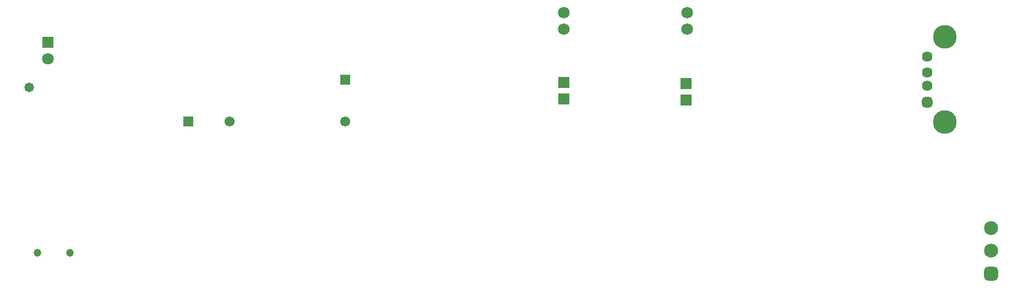
<source format=gbs>
G04*
G04 #@! TF.GenerationSoftware,Altium Limited,Altium Designer,24.6.1 (21)*
G04*
G04 Layer_Color=16711935*
%FSLAX44Y44*%
%MOMM*%
G71*
G04*
G04 #@! TF.SameCoordinates,0C7A953C-3CFA-4B2B-8ADC-03269437489E*
G04*
G04*
G04 #@! TF.FilePolarity,Negative*
G04*
G01*
G75*
%ADD18R,1.8032X1.8032*%
G04:AMPARAMS|DCode=19|XSize=1.8032mm|YSize=1.8032mm|CornerRadius=0.9016mm|HoleSize=0mm|Usage=FLASHONLY|Rotation=90.000|XOffset=0mm|YOffset=0mm|HoleType=Round|Shape=RoundedRectangle|*
%AMROUNDEDRECTD19*
21,1,1.8032,0.0000,0,0,90.0*
21,1,0.0000,1.8032,0,0,90.0*
1,1,1.8032,0.0000,0.0000*
1,1,1.8032,0.0000,0.0000*
1,1,1.8032,0.0000,0.0000*
1,1,1.8032,0.0000,0.0000*
%
%ADD19ROUNDEDRECTD19*%
%ADD20C,1.2032*%
%ADD21C,1.6232*%
G04:AMPARAMS|DCode=22|XSize=1.6232mm|YSize=1.6232mm|CornerRadius=0.4566mm|HoleSize=0mm|Usage=FLASHONLY|Rotation=90.000|XOffset=0mm|YOffset=0mm|HoleType=Round|Shape=RoundedRectangle|*
%AMROUNDEDRECTD22*
21,1,1.6232,0.7100,0,0,90.0*
21,1,0.7100,1.6232,0,0,90.0*
1,1,0.9132,0.3550,0.3550*
1,1,0.9132,0.3550,-0.3550*
1,1,0.9132,-0.3550,-0.3550*
1,1,0.9132,-0.3550,0.3550*
%
%ADD22ROUNDEDRECTD22*%
%ADD23C,3.6532*%
%ADD24C,1.8032*%
%ADD25C,1.5532*%
%ADD26R,1.5532X1.5532*%
%ADD27R,1.5532X1.5532*%
%ADD28C,2.1532*%
G04:AMPARAMS|DCode=29|XSize=2.1532mm|YSize=2.1532mm|CornerRadius=0.5891mm|HoleSize=0mm|Usage=FLASHONLY|Rotation=90.000|XOffset=0mm|YOffset=0mm|HoleType=Round|Shape=RoundedRectangle|*
%AMROUNDEDRECTD29*
21,1,2.1532,0.9750,0,0,90.0*
21,1,0.9750,2.1532,0,0,90.0*
1,1,1.1782,0.4875,0.4875*
1,1,1.1782,0.4875,-0.4875*
1,1,1.1782,-0.4875,-0.4875*
1,1,1.1782,-0.4875,0.4875*
%
%ADD29ROUNDEDRECTD29*%
%ADD30C,1.4732*%
D18*
X1080770Y575310D02*
D03*
Y549910D02*
D03*
X1268730Y548640D02*
D03*
Y574040D02*
D03*
X287020Y637540D02*
D03*
D19*
X1080516Y657860D02*
D03*
X1080770Y683260D02*
D03*
X1270000D02*
D03*
X1269746Y657860D02*
D03*
D20*
X320692Y312600D02*
D03*
X270692D02*
D03*
D21*
X1639360Y590390D02*
D03*
Y570390D02*
D03*
Y615390D02*
D03*
D22*
Y545390D02*
D03*
D23*
X1666460Y514690D02*
D03*
Y646090D02*
D03*
D24*
X287020Y612140D02*
D03*
D25*
X566670Y515620D02*
D03*
X744220Y515370D02*
D03*
D26*
X502670Y515620D02*
D03*
D27*
X744220Y579370D02*
D03*
D28*
X1737820Y316230D02*
D03*
Y351230D02*
D03*
D29*
Y281230D02*
D03*
D30*
X258318Y568198D02*
D03*
M02*

</source>
